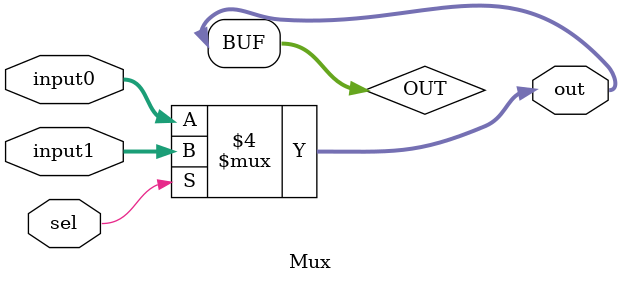
<source format=v>
`timescale 1ns / 1ps


module Mux(
    input [31:0] input0,
    input [31:0] input1,
    input sel,
    output [31:0] out
    );
    reg [31:0] OUT;
    assign out = OUT;
    always @ (input1 or input0 or sel) begin
        if(sel==1) OUT = input1;
        else OUT =input0;
    end
     
endmodule

</source>
